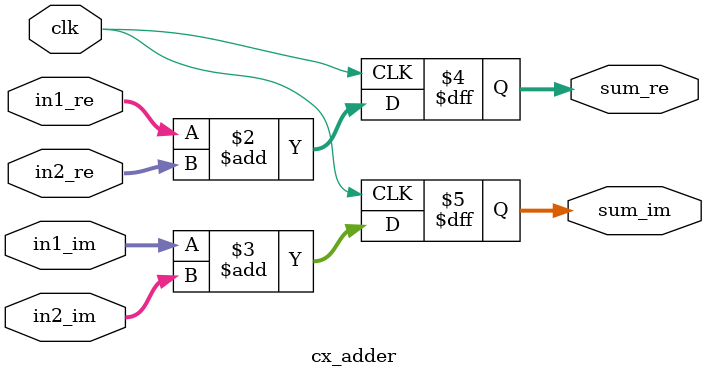
<source format=v>
module cx_adder (
    input clk,
    input [31:0] in1_re, in1_im,
    input [31:0] in2_re, in2_im,
    output reg [31:0] sum_re, sum_im
);
    always @(posedge clk) begin
        sum_re <= in1_re + in2_re;
        sum_im <= in1_im + in2_im;
    end
endmodule
</source>
